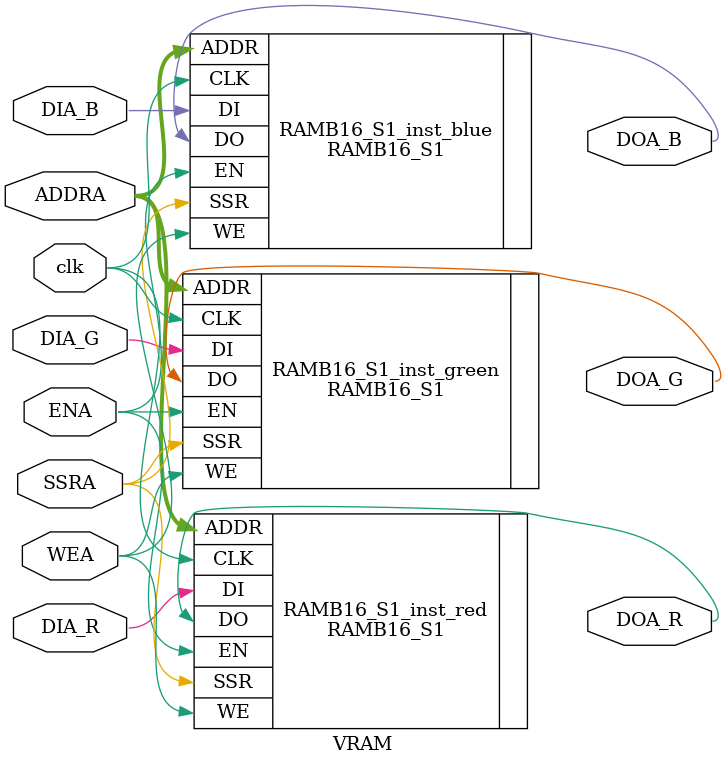
<source format=v>
module VRAM(DIA_R, DIA_G, DIA_B, ADDRA, clk, ENA, SSRA, WEA, DOA_R, DOA_G, DOA_B);
input 	DIA_R, DIA_G, DIA_B, clk, ENA, SSRA, WEA;
input	[13:0] ADDRA;
output 	DOA_R, DOA_G, DOA_B;

/*	
	128x96
	24	red lines
	24	blue lines
	24	green lines
	24	mixed vetical
	since block size is 256 bits we need 12 lines of 256 bits (or 64 hex digits)
	where	32	hex digits represent a line (128bits)
*/
	

/* RED COLOR MEMORY */
   RAMB16_S1 #(
      .INIT(1'b0),  // Value of output RAM registers at startup
      .SRVAL(1'b0), // Output value upon SSR assertion
      .WRITE_MODE("NO_CHANGE"), // WRITE_FIRST, NO_CHANGE or NO_CHANGE


      // Address 0 to 4095
      .INIT_00(256'h00000000000000000000000000000000ffffffffffffffffffffffffffffffff),
      .INIT_01(256'h00000000000000000000000000000000ffffffffffffffffffffffffffffffff),
      .INIT_02(256'h00000000000000000000000000000000ffffffffffffffffffffffffffffffff),
      .INIT_03(256'h00000000000000000000000000000000ffffffffffffffffffffffffffffffff),
      .INIT_04(256'h00000000000000000000000000000000ffffffffffffffffffffffffffffffff),
      .INIT_05(256'h00000000000000000000000000000000ffffffffffffffffffffffffffffffff),
      .INIT_06(256'h00000000000000000000000000000000ffffffffffffffffffffffffffffffff),
      .INIT_07(256'h00000000000000000000000000000000ffffffffffffffffffffffffffffffff),
      .INIT_08(256'h00000000000000000000000000000000ffffffffffffffffffffffffffffffff),
      .INIT_09(256'h00000000000000000000000000000000ffffffffffffffffffffffffffffffff),
      .INIT_0A(256'h00000000000000000000000000000000ffffffffffffffffffffffffffffffff),
      .INIT_0B(256'h00000000000000000000000000000000ffffffffffffffffffffffffffffffff),//end of 1/4
      .INIT_0C(256'h0000000000000000000000000000000000000000000000000000000000000000),
      .INIT_0D(256'h0000000000000000000000000000000000000000000000000000000000000000),
      .INIT_0E(256'h0000000000000000000000000000000000000000000000000000000000000000),
      .INIT_0F(256'h0000000000000000000000000000000000000000000000000000000000000000),
      // Address 4096 to 8191
      .INIT_10(256'h0000000000000000000000000000000000000000000000000000000000000000),
      .INIT_11(256'h0000000000000000000000000000000000000000000000000000000000000000),
      .INIT_12(256'h0000000000000000000000000000000000000000000000000000000000000000),
      .INIT_13(256'h0000000000000000000000000000000000000000000000000000000000000000),
      .INIT_14(256'h0000000000000000000000000000000000000000000000000000000000000000),
      .INIT_15(256'h0000000000000000000000000000000000000000000000000000000000000000),
      .INIT_16(256'h0000000000000000000000000000000000000000000000000000000000000000),
      .INIT_17(256'h0000000000000000000000000000000000000000000000000000000000000000),//end of 2/4
      .INIT_18(256'h0000000000000000000000000000000000000000000000000000000000000000),
      .INIT_19(256'h0000000000000000000000000000000000000000000000000000000000000000),
      .INIT_1A(256'h0000000000000000000000000000000000000000000000000000000000000000),
      .INIT_1B(256'h0000000000000000000000000000000000000000000000000000000000000000),
      .INIT_1C(256'h0000000000000000000000000000000000000000000000000000000000000000),
      .INIT_1D(256'h0000000000000000000000000000000000000000000000000000000000000000),
      .INIT_1E(256'h0000000000000000000000000000000000000000000000000000000000000000),
      .INIT_1F(256'h0000000000000000000000000000000000000000000000000000000000000000),
      // Address 8192 to 12287
      .INIT_20(256'h0000000000000000000000000000000000000000000000000000000000000000),
      .INIT_21(256'h0000000000000000000000000000000000000000000000000000000000000000),
      .INIT_22(256'h0000000000000000000000000000000000000000000000000000000000000000),
      .INIT_23(256'h0000000000000000000000000000000000000000000000000000000000000000),//end of 3/4
      .INIT_24(256'h4444444444444444444444444444444444444444444444444444444444444444),
      .INIT_25(256'h4444444444444444444444444444444444444444444444444444444444444444),
      .INIT_26(256'h4444444444444444444444444444444444444444444444444444444444444444),
      .INIT_27(256'h4444444444444444444444444444444444444444444444444444444444444444),
      .INIT_28(256'h4444444444444444444444444444444444444444444444444444444444444444),
      .INIT_29(256'h4444444444444444444444444444444444444444444444444444444444444444),
      .INIT_2A(256'h4444444444444444444444444444444444444444444444444444444444444444),
      .INIT_2B(256'h4444444444444444444444444444444444444444444444444444444444444444),
      .INIT_2C(256'h4444444444444444444444444444444444444444444444444444444444444444),
      .INIT_2D(256'h4444444444444444444444444444444444444444444444444444444444444444),
      .INIT_2E(256'h4444444444444444444444444444444444444444444444444444444444444444),
      .INIT_2F(256'h4444444444444444444444444444444444444444444444444444444444444444),//end of 4/4
      // Address 12288 to 16383	, not needed
      .INIT_30(256'h4444444444444444444444444444444444444444444444444444444444444444),
      .INIT_31(256'h4444444444444444444444444444444444444444444444444444444444444444),
      .INIT_32(256'h4444444444444444444444444444444444444444444444444444444444444444),
      .INIT_33(256'h4444444444444444444444444444444444444444444444444444444444444444),
      .INIT_34(256'h4444444444444444444444444444444444444444444444444444444444444444),
      .INIT_35(256'h4444444444444444444444444444444444444444444444444444444444444444),
      .INIT_36(256'h4444444444444444444444444444444444444444444444444444444444444444),
      .INIT_37(256'h4444444444444444444444444444444444444444444444444444444444444444),
      .INIT_38(256'h4444444444444444444444444444444444444444444444444444444444444444),
      .INIT_39(256'h4444444444444444444444444444444444444444444444444444444444444444),
      .INIT_3A(256'h4444444444444444444444444444444444444444444444444444444444444444),
      .INIT_3B(256'h4444444444444444444444444444444444444444444444444444444444444444),
      .INIT_3C(256'h4444444444444444444444444444444444444444444444444444444444444444),
      .INIT_3D(256'h4444444444444444444444444444444444444444444444444444444444444444),
      .INIT_3E(256'h4444444444444444444444444444444444444444444444444444444444444444),
      .INIT_3F(256'h4444444444444444444444444444444444444444444444444444444444444444)
   ) RAMB16_S1_inst_red (
      .DO(DOA_R),      // 1-bit Data Output
      .ADDR(ADDRA),  // 14-bit Address Input
      .CLK(clk),    // Clock
      .DI(DIA_R),      // 1-bit Data Input
      .EN(ENA),      // RAM Enable Input
      .SSR(SSRA),    // Synchronous Set/Reset Input
      .WE(WEA)       // Write Enable Input
   );

/* GREEN COLOR MEMORY */
   RAMB16_S1 #(
      .INIT(1'b0),  // Value of output RAM registers at startup
      .SRVAL(1'b0), // Output value upon SSR assertion
      .WRITE_MODE("NO_CHANGE"), // WRITE_FIRST, NO_CHANGE or NO_CHANGE

      // Address 0 to 4095
      .INIT_00(256'h0000000000000000000000000000000000000000000000000000000000000000),
      .INIT_01(256'h0000000000000000000000000000000000000000000000000000000000000000),
      .INIT_02(256'h0000000000000000000000000000000000000000000000000000000000000000),
      .INIT_03(256'h0000000000000000000000000000000000000000000000000000000000000000),
      .INIT_04(256'h0000000000000000000000000000000000000000000000000000000000000000),
      .INIT_05(256'h0000000000000000000000000000000000000000000000000000000000000000),
      .INIT_06(256'h0000000000000000000000000000000000000000000000000000000000000000),
      .INIT_07(256'h0000000000000000000000000000000000000000000000000000000000000000),
      .INIT_08(256'h0000000000000000000000000000000000000000000000000000000000000000),
      .INIT_09(256'h0000000000000000000000000000000000000000000000000000000000000000),
      .INIT_0A(256'h0000000000000000000000000000000000000000000000000000000000000000),
      .INIT_0B(256'h0000000000000000000000000000000000000000000000000000000000000000),//end of 1/4
      .INIT_0C(256'h00000000000000000000000000000000ffffffffffffffffffffffffffffffff),
      .INIT_0D(256'h00000000000000000000000000000000ffffffffffffffffffffffffffffffff),
      .INIT_0E(256'h00000000000000000000000000000000ffffffffffffffffffffffffffffffff),
      .INIT_0F(256'h00000000000000000000000000000000ffffffffffffffffffffffffffffffff),
      // Address 4096 to 8191
      .INIT_10(256'h00000000000000000000000000000000ffffffffffffffffffffffffffffffff),
      .INIT_11(256'h00000000000000000000000000000000ffffffffffffffffffffffffffffffff),
      .INIT_12(256'h00000000000000000000000000000000ffffffffffffffffffffffffffffffff),
      .INIT_13(256'h00000000000000000000000000000000ffffffffffffffffffffffffffffffff),
      .INIT_14(256'h00000000000000000000000000000000ffffffffffffffffffffffffffffffff),
      .INIT_15(256'h00000000000000000000000000000000ffffffffffffffffffffffffffffffff),
      .INIT_16(256'h00000000000000000000000000000000ffffffffffffffffffffffffffffffff),
      .INIT_17(256'h00000000000000000000000000000000ffffffffffffffffffffffffffffffff),//end of 2/4
      .INIT_18(256'h0000000000000000000000000000000000000000000000000000000000000000),
      .INIT_19(256'h0000000000000000000000000000000000000000000000000000000000000000),
      .INIT_1A(256'h0000000000000000000000000000000000000000000000000000000000000000),
      .INIT_1B(256'h0000000000000000000000000000000000000000000000000000000000000000),
      .INIT_1C(256'h0000000000000000000000000000000000000000000000000000000000000000),
      .INIT_1D(256'h0000000000000000000000000000000000000000000000000000000000000000),
      .INIT_1E(256'h0000000000000000000000000000000000000000000000000000000000000000),
      .INIT_1F(256'h0000000000000000000000000000000000000000000000000000000000000000),
      // Address 8192 to 12287
      .INIT_20(256'h0000000000000000000000000000000000000000000000000000000000000000),
      .INIT_21(256'h0000000000000000000000000000000000000000000000000000000000000000),
      .INIT_22(256'h0000000000000000000000000000000000000000000000000000000000000000),
      .INIT_23(256'h0000000000000000000000000000000000000000000000000000000000000000),//end of 3/4
      .INIT_24(256'h2222222222222222222222222222222222222222222222222222222222222222),
      .INIT_25(256'h2222222222222222222222222222222222222222222222222222222222222222),
      .INIT_26(256'h2222222222222222222222222222222222222222222222222222222222222222),
      .INIT_27(256'h2222222222222222222222222222222222222222222222222222222222222222),
      .INIT_28(256'h2222222222222222222222222222222222222222222222222222222222222222),
      .INIT_29(256'h2222222222222222222222222222222222222222222222222222222222222222),
      .INIT_2A(256'h2222222222222222222222222222222222222222222222222222222222222222),
      .INIT_2B(256'h2222222222222222222222222222222222222222222222222222222222222222),
      .INIT_2C(256'h2222222222222222222222222222222222222222222222222222222222222222),
      .INIT_2D(256'h2222222222222222222222222222222222222222222222222222222222222222),
      .INIT_2E(256'h2222222222222222222222222222222222222222222222222222222222222222),
      .INIT_2F(256'h2222222222222222222222222222222222222222222222222222222222222222),//end of 4/4
      // Address 12288 to 16383
      .INIT_30(256'h2222222222222222222222222222222222222222222222222222222222222222),
      .INIT_31(256'h2222222222222222222222222222222222222222222222222222222222222222),
      .INIT_32(256'h2222222222222222222222222222222222222222222222222222222222222222),
      .INIT_33(256'h2222222222222222222222222222222222222222222222222222222222222222),
      .INIT_34(256'h2222222222222222222222222222222222222222222222222222222222222222),
      .INIT_35(256'h2222222222222222222222222222222222222222222222222222222222222222),
      .INIT_36(256'h2222222222222222222222222222222222222222222222222222222222222222),
      .INIT_37(256'h2222222222222222222222222222222222222222222222222222222222222222),
      .INIT_38(256'h2222222222222222222222222222222222222222222222222222222222222222),
      .INIT_39(256'h2222222222222222222222222222222222222222222222222222222222222222),
      .INIT_3A(256'h2222222222222222222222222222222222222222222222222222222222222222),
      .INIT_3B(256'h2222222222222222222222222222222222222222222222222222222222222222),
      .INIT_3C(256'h2222222222222222222222222222222222222222222222222222222222222222),
      .INIT_3D(256'h2222222222222222222222222222222222222222222222222222222222222222),
      .INIT_3E(256'h2222222222222222222222222222222222222222222222222222222222222222),
      .INIT_3F(256'h2222222222222222222222222222222222222222222222222222222222222222)
   ) RAMB16_S1_inst_green (
      .DO(DOA_G),      // 1-bit Data Output
      .ADDR(ADDRA),  // 14-bit Address Input
      .CLK(clk),    // Clock
      .DI(DIA_G),      // 1-bit Data Input
      .EN(ENA),      // RAM Enable Input
      .SSR(SSRA),    // Synchronous Set/Reset Input
      .WE(WEA)       // Write Enable Input
   );

/* BLUE COLOR MEMORY */
   RAMB16_S1 #(
      .INIT(1'b0),  // Value of output RAM registers at startup
      .SRVAL(1'b0), // Output value upon SSR assertion
      .WRITE_MODE("NO_CHANGE"), // WRITE_FIRST, NO_CHANGE or NO_CHANGE

      // Address 0 to 4095
      .INIT_00(256'h0000000000000000000000000000000000000000000000000000000000000000),
      .INIT_01(256'h0000000000000000000000000000000000000000000000000000000000000000),
      .INIT_02(256'h0000000000000000000000000000000000000000000000000000000000000000),
      .INIT_03(256'h0000000000000000000000000000000000000000000000000000000000000000),
      .INIT_04(256'h0000000000000000000000000000000000000000000000000000000000000000),
      .INIT_05(256'h0000000000000000000000000000000000000000000000000000000000000000),
      .INIT_06(256'h0000000000000000000000000000000000000000000000000000000000000000),
      .INIT_07(256'h0000000000000000000000000000000000000000000000000000000000000000),
      .INIT_08(256'h0000000000000000000000000000000000000000000000000000000000000000),
      .INIT_09(256'h0000000000000000000000000000000000000000000000000000000000000000),
      .INIT_0A(256'h0000000000000000000000000000000000000000000000000000000000000000),
      .INIT_0B(256'h0000000000000000000000000000000000000000000000000000000000000000),//end of 1/4
      .INIT_0C(256'h0000000000000000000000000000000000000000000000000000000000000000),
      .INIT_0D(256'h0000000000000000000000000000000000000000000000000000000000000000),
      .INIT_0E(256'h0000000000000000000000000000000000000000000000000000000000000000),
      .INIT_0F(256'h0000000000000000000000000000000000000000000000000000000000000000),
      // Address 4096 to 8191
      .INIT_10(256'h0000000000000000000000000000000000000000000000000000000000000000),
      .INIT_11(256'h0000000000000000000000000000000000000000000000000000000000000000),
      .INIT_12(256'h0000000000000000000000000000000000000000000000000000000000000000),
      .INIT_13(256'h0000000000000000000000000000000000000000000000000000000000000000),
      .INIT_14(256'h0000000000000000000000000000000000000000000000000000000000000000),
      .INIT_15(256'h0000000000000000000000000000000000000000000000000000000000000000),
      .INIT_16(256'h0000000000000000000000000000000000000000000000000000000000000000),
      .INIT_17(256'h0000000000000000000000000000000000000000000000000000000000000000),//end of 2/4
      .INIT_18(256'h00000000000000000000000000000000ffffffffffffffffffffffffffffffff),
      .INIT_19(256'h00000000000000000000000000000000ffffffffffffffffffffffffffffffff),
      .INIT_1A(256'h00000000000000000000000000000000ffffffffffffffffffffffffffffffff),
      .INIT_1B(256'h00000000000000000000000000000000ffffffffffffffffffffffffffffffff),
      .INIT_1C(256'h00000000000000000000000000000000ffffffffffffffffffffffffffffffff),
      .INIT_1D(256'h00000000000000000000000000000000ffffffffffffffffffffffffffffffff),
      .INIT_1E(256'h00000000000000000000000000000000ffffffffffffffffffffffffffffffff),
      .INIT_1F(256'h00000000000000000000000000000000ffffffffffffffffffffffffffffffff),
      // Address 8192 to 12287
      .INIT_20(256'h00000000000000000000000000000000ffffffffffffffffffffffffffffffff),
      .INIT_21(256'h00000000000000000000000000000000ffffffffffffffffffffffffffffffff),
      .INIT_22(256'h00000000000000000000000000000000ffffffffffffffffffffffffffffffff),
      .INIT_23(256'h00000000000000000000000000000000ffffffffffffffffffffffffffffffff),//end of 3/4
      .INIT_24(256'h1111111111111111111111111111111111111111111111111111111111111111),
      .INIT_25(256'h1111111111111111111111111111111111111111111111111111111111111111),
      .INIT_26(256'h1111111111111111111111111111111111111111111111111111111111111111),
      .INIT_27(256'h1111111111111111111111111111111111111111111111111111111111111111),
      .INIT_28(256'h1111111111111111111111111111111111111111111111111111111111111111),
      .INIT_29(256'h1111111111111111111111111111111111111111111111111111111111111111),
      .INIT_2A(256'h1111111111111111111111111111111111111111111111111111111111111111),
      .INIT_2B(256'h1111111111111111111111111111111111111111111111111111111111111111),
      .INIT_2C(256'h1111111111111111111111111111111111111111111111111111111111111111),
      .INIT_2D(256'h1111111111111111111111111111111111111111111111111111111111111111),
      .INIT_2E(256'h1111111111111111111111111111111111111111111111111111111111111111),
      .INIT_2F(256'h1111111111111111111111111111111111111111111111111111111111111111),//end of 4/4
      // Address 12288 to 16383
      .INIT_30(256'h1111111111111111111111111111111111111111111111111111111111111111),
      .INIT_31(256'h1111111111111111111111111111111111111111111111111111111111111111),
      .INIT_32(256'h1111111111111111111111111111111111111111111111111111111111111111),
      .INIT_33(256'h1111111111111111111111111111111111111111111111111111111111111111),
      .INIT_34(256'h1111111111111111111111111111111111111111111111111111111111111111),
      .INIT_35(256'h1111111111111111111111111111111111111111111111111111111111111111),
      .INIT_36(256'h1111111111111111111111111111111111111111111111111111111111111111),
      .INIT_37(256'h1111111111111111111111111111111111111111111111111111111111111111),
      .INIT_38(256'h1111111111111111111111111111111111111111111111111111111111111111),
      .INIT_39(256'h1111111111111111111111111111111111111111111111111111111111111111),
      .INIT_3A(256'h1111111111111111111111111111111111111111111111111111111111111111),
      .INIT_3B(256'h1111111111111111111111111111111111111111111111111111111111111111),
      .INIT_3C(256'h1111111111111111111111111111111111111111111111111111111111111111),
      .INIT_3D(256'h1111111111111111111111111111111111111111111111111111111111111111),
      .INIT_3E(256'h1111111111111111111111111111111111111111111111111111111111111111),
      .INIT_3F(256'h1111111111111111111111111111111111111111111111111111111111111111)
   ) RAMB16_S1_inst_blue (
      .DO(DOA_B),      // 1-bit Data Output
      .ADDR(ADDRA),  // 14-bit Address Input
      .CLK(clk),    // Clock
      .DI(DIA_B),      // 1-bit Data Input
      .EN(ENA),      // RAM Enable Input
      .SSR(SSRA),    // Synchronous Set/Reset Input
      .WE(WEA)      // Write Enable Input
   );

endmodule
</source>
